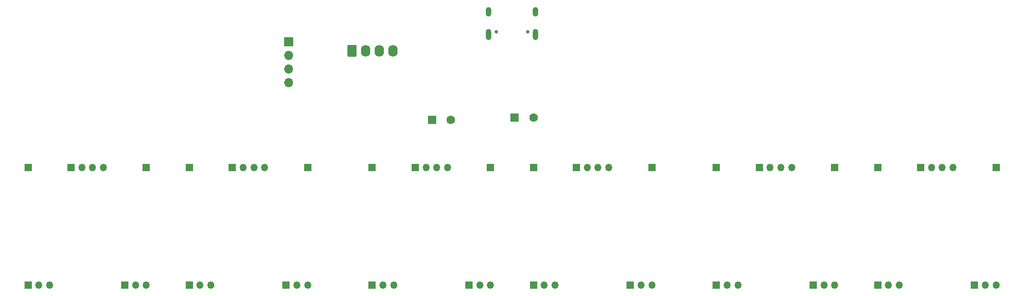
<source format=gbr>
%TF.GenerationSoftware,KiCad,Pcbnew,8.0.3*%
%TF.CreationDate,2024-07-13T20:38:16+02:00*%
%TF.ProjectId,Steuerplatine,53746575-6572-4706-9c61-74696e652e6b,rev?*%
%TF.SameCoordinates,Original*%
%TF.FileFunction,Soldermask,Bot*%
%TF.FilePolarity,Negative*%
%FSLAX46Y46*%
G04 Gerber Fmt 4.6, Leading zero omitted, Abs format (unit mm)*
G04 Created by KiCad (PCBNEW 8.0.3) date 2024-07-13 20:38:16*
%MOMM*%
%LPD*%
G01*
G04 APERTURE LIST*
G04 Aperture macros list*
%AMRoundRect*
0 Rectangle with rounded corners*
0 $1 Rounding radius*
0 $2 $3 $4 $5 $6 $7 $8 $9 X,Y pos of 4 corners*
0 Add a 4 corners polygon primitive as box body*
4,1,4,$2,$3,$4,$5,$6,$7,$8,$9,$2,$3,0*
0 Add four circle primitives for the rounded corners*
1,1,$1+$1,$2,$3*
1,1,$1+$1,$4,$5*
1,1,$1+$1,$6,$7*
1,1,$1+$1,$8,$9*
0 Add four rect primitives between the rounded corners*
20,1,$1+$1,$2,$3,$4,$5,0*
20,1,$1+$1,$4,$5,$6,$7,0*
20,1,$1+$1,$6,$7,$8,$9,0*
20,1,$1+$1,$8,$9,$2,$3,0*%
G04 Aperture macros list end*
%ADD10R,1.350000X1.350000*%
%ADD11C,0.650000*%
%ADD12O,1.000000X2.100000*%
%ADD13O,1.000000X1.800000*%
%ADD14O,1.350000X1.350000*%
%ADD15R,1.600000X1.600000*%
%ADD16C,1.600000*%
%ADD17RoundRect,0.250000X-0.620000X-0.845000X0.620000X-0.845000X0.620000X0.845000X-0.620000X0.845000X0*%
%ADD18O,1.740000X2.190000*%
%ADD19R,1.700000X1.700000*%
%ADD20O,1.700000X1.700000*%
G04 APERTURE END LIST*
D10*
%TO.C,J15*%
X91500000Y-61500000D03*
%TD*%
D11*
%TO.C,J33*%
X154390000Y-36180000D03*
X148610000Y-36180000D03*
D12*
X155820000Y-36680000D03*
D13*
X155820000Y-32500000D03*
D12*
X147180000Y-36680000D03*
D13*
X147180000Y-32500000D03*
%TD*%
D10*
%TO.C,J27*%
X83500000Y-61500000D03*
%TD*%
%TO.C,J21*%
X69500000Y-61500000D03*
D14*
X71500000Y-61500000D03*
X73500000Y-61500000D03*
X75500000Y-61500000D03*
%TD*%
D10*
%TO.C,J2*%
X155500000Y-83500000D03*
D14*
X157500000Y-83500000D03*
X159500000Y-83500000D03*
%TD*%
D10*
%TO.C,J29*%
X125500000Y-61500000D03*
%TD*%
%TO.C,J3*%
X91500000Y-83500000D03*
D14*
X93500000Y-83500000D03*
X95500000Y-83500000D03*
%TD*%
D10*
%TO.C,J22*%
X207500000Y-83500000D03*
D14*
X209500000Y-83500000D03*
X211500000Y-83500000D03*
%TD*%
D15*
%TO.C,C16*%
X152000000Y-52200000D03*
D16*
X155500000Y-52200000D03*
%TD*%
D10*
%TO.C,J18*%
X61499999Y-83500000D03*
D14*
X63499999Y-83500000D03*
X65499999Y-83500000D03*
%TD*%
D10*
%TO.C,J14*%
X155500000Y-61500000D03*
%TD*%
%TO.C,J5*%
X163500000Y-61500000D03*
D14*
X165500000Y-61500000D03*
X167500000Y-61500000D03*
X169500000Y-61500000D03*
%TD*%
D10*
%TO.C,J9*%
X109500000Y-83500000D03*
D14*
X111500000Y-83500000D03*
X113500000Y-83500000D03*
%TD*%
D10*
%TO.C,J8*%
X173500000Y-83500000D03*
D14*
X175500000Y-83500000D03*
X177500000Y-83500000D03*
%TD*%
D10*
%TO.C,J16*%
X189500000Y-83500000D03*
D14*
X191500000Y-83500000D03*
X193500000Y-83500000D03*
%TD*%
D10*
%TO.C,J10*%
X241500000Y-61500000D03*
%TD*%
%TO.C,J7*%
X237500000Y-83500000D03*
D14*
X239500000Y-83500000D03*
X241500000Y-83500000D03*
%TD*%
D10*
%TO.C,J20*%
X133500000Y-61500000D03*
D14*
X135500000Y-61500000D03*
X137500000Y-61500000D03*
X139500000Y-61500000D03*
%TD*%
D10*
%TO.C,J28*%
X189500000Y-61500000D03*
%TD*%
%TO.C,J17*%
X125500000Y-83500000D03*
D14*
X127500000Y-83500000D03*
X129500000Y-83500000D03*
%TD*%
D10*
%TO.C,J4*%
X227500000Y-61500000D03*
D14*
X229500000Y-61500000D03*
X231500000Y-61500000D03*
X233500000Y-61500000D03*
%TD*%
D10*
%TO.C,J25*%
X211500000Y-61500000D03*
%TD*%
%TO.C,J19*%
X197500000Y-61500000D03*
D14*
X199500000Y-61500000D03*
X201500000Y-61500000D03*
X203500000Y-61500000D03*
%TD*%
D10*
%TO.C,J24*%
X79500000Y-83500000D03*
D14*
X81500000Y-83500000D03*
X83500000Y-83500000D03*
%TD*%
D10*
%TO.C,J6*%
X99500000Y-61500000D03*
D14*
X101500000Y-61500000D03*
X103500000Y-61500000D03*
X105500000Y-61500000D03*
%TD*%
D17*
%TO.C,J32*%
X121780000Y-39800000D03*
D18*
X124320000Y-39800000D03*
X126860000Y-39800000D03*
X129400000Y-39800000D03*
%TD*%
D10*
%TO.C,J1*%
X219500000Y-83500000D03*
D14*
X221500000Y-83500000D03*
X223500000Y-83500000D03*
%TD*%
D10*
%TO.C,J26*%
X147500000Y-61500000D03*
%TD*%
%TO.C,J30*%
X61500000Y-61500000D03*
%TD*%
%TO.C,J13*%
X219500000Y-61500000D03*
%TD*%
%TO.C,J23*%
X143500000Y-83500000D03*
D14*
X145500000Y-83500000D03*
X147500000Y-83500000D03*
%TD*%
D19*
%TO.C,J31*%
X110000000Y-38100000D03*
D20*
X110000000Y-40640000D03*
X110000000Y-43180000D03*
X110000000Y-45720000D03*
%TD*%
D15*
%TO.C,C17*%
X136600000Y-52600000D03*
D16*
X140100000Y-52600000D03*
%TD*%
D10*
%TO.C,J12*%
X113500000Y-61500000D03*
%TD*%
%TO.C,J11*%
X177500000Y-61500000D03*
%TD*%
M02*

</source>
